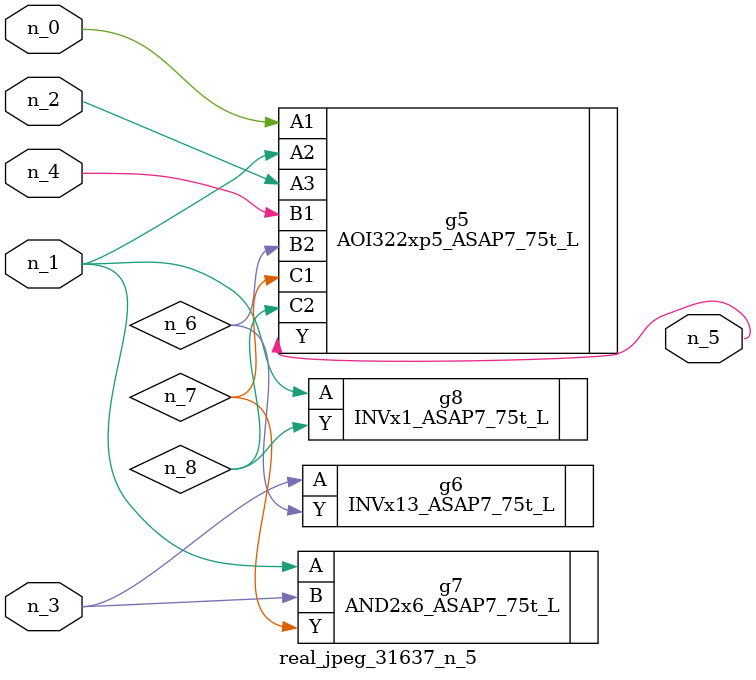
<source format=v>
module real_jpeg_31637_n_5 (n_4, n_0, n_1, n_2, n_3, n_5);

input n_4;
input n_0;
input n_1;
input n_2;
input n_3;

output n_5;

wire n_8;
wire n_6;
wire n_7;

AOI322xp5_ASAP7_75t_L g5 ( 
.A1(n_0),
.A2(n_1),
.A3(n_2),
.B1(n_4),
.B2(n_6),
.C1(n_7),
.C2(n_8),
.Y(n_5)
);

AND2x6_ASAP7_75t_L g7 ( 
.A(n_1),
.B(n_3),
.Y(n_7)
);

INVx1_ASAP7_75t_L g8 ( 
.A(n_1),
.Y(n_8)
);

INVx13_ASAP7_75t_L g6 ( 
.A(n_3),
.Y(n_6)
);


endmodule
</source>
